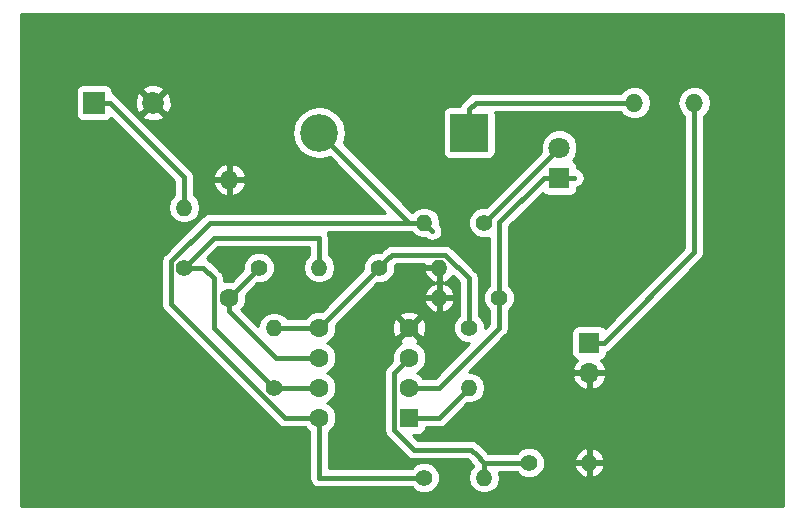
<source format=gbr>
G04 #@! TF.GenerationSoftware,KiCad,Pcbnew,(5.0.0)*
G04 #@! TF.CreationDate,2019-02-05T10:05:27+00:00*
G04 #@! TF.ProjectId,test,746573742E6B696361645F7063620000,rev?*
G04 #@! TF.SameCoordinates,Original*
G04 #@! TF.FileFunction,Copper,L2,Bot,Plane*
G04 #@! TF.FilePolarity,Positive*
%FSLAX46Y46*%
G04 Gerber Fmt 4.6, Leading zero omitted, Abs format (unit mm)*
G04 Created by KiCad (PCBNEW (5.0.0)) date 02/05/19 10:05:27*
%MOMM*%
%LPD*%
G01*
G04 APERTURE LIST*
G04 #@! TA.AperFunction,ComponentPad*
%ADD10R,1.700000X1.700000*%
G04 #@! TD*
G04 #@! TA.AperFunction,ComponentPad*
%ADD11O,1.700000X1.700000*%
G04 #@! TD*
G04 #@! TA.AperFunction,ComponentPad*
%ADD12R,1.850000X1.850000*%
G04 #@! TD*
G04 #@! TA.AperFunction,ComponentPad*
%ADD13C,1.850000*%
G04 #@! TD*
G04 #@! TA.AperFunction,ComponentPad*
%ADD14C,1.600000*%
G04 #@! TD*
G04 #@! TA.AperFunction,ComponentPad*
%ADD15O,1.600000X1.600000*%
G04 #@! TD*
G04 #@! TA.AperFunction,ComponentPad*
%ADD16R,1.800000X1.800000*%
G04 #@! TD*
G04 #@! TA.AperFunction,ComponentPad*
%ADD17C,1.800000*%
G04 #@! TD*
G04 #@! TA.AperFunction,ComponentPad*
%ADD18C,1.400000*%
G04 #@! TD*
G04 #@! TA.AperFunction,ComponentPad*
%ADD19O,1.400000X1.400000*%
G04 #@! TD*
G04 #@! TA.AperFunction,ComponentPad*
%ADD20O,1.524000X1.524000*%
G04 #@! TD*
G04 #@! TA.AperFunction,ComponentPad*
%ADD21R,1.600000X1.600000*%
G04 #@! TD*
G04 #@! TA.AperFunction,ComponentPad*
%ADD22R,3.200000X3.200000*%
G04 #@! TD*
G04 #@! TA.AperFunction,ComponentPad*
%ADD23O,3.200000X3.200000*%
G04 #@! TD*
G04 #@! TA.AperFunction,Conductor*
%ADD24C,0.400000*%
G04 #@! TD*
G04 #@! TA.AperFunction,Conductor*
%ADD25C,0.254000*%
G04 #@! TD*
G04 APERTURE END LIST*
D10*
G04 #@! TO.P,BT1,1*
G04 #@! TO.N,+9V*
X171450000Y-115570000D03*
D11*
G04 #@! TO.P,BT1,2*
G04 #@! TO.N,GND*
X171450000Y-118110000D03*
G04 #@! TD*
D12*
G04 #@! TO.P,BZ1,1*
G04 #@! TO.N,Net-(BZ1-Pad1)*
X129540000Y-95250000D03*
D13*
G04 #@! TO.P,BZ1,2*
G04 #@! TO.N,GND*
X134540000Y-95250000D03*
G04 #@! TD*
D14*
G04 #@! TO.P,C1,1*
G04 #@! TO.N,Net-(C1-Pad1)*
X140970000Y-111760000D03*
D15*
G04 #@! TO.P,C1,2*
G04 #@! TO.N,GND*
X140970000Y-101760000D03*
G04 #@! TD*
D16*
G04 #@! TO.P,LED1,1*
G04 #@! TO.N,Net-(LED1-Pad1)*
X168910000Y-101600000D03*
D17*
G04 #@! TO.P,LED1,2*
G04 #@! TO.N,Net-(LED1-Pad2)*
X168910000Y-99060000D03*
G04 #@! TD*
D18*
G04 #@! TO.P,R1,1*
G04 #@! TO.N,Net-(LED1-Pad2)*
X162560000Y-105410000D03*
D19*
G04 #@! TO.P,R1,2*
G04 #@! TO.N,Net-(R1-Pad2)*
X157480000Y-105410000D03*
G04 #@! TD*
D18*
G04 #@! TO.P,R2,1*
G04 #@! TO.N,Net-(LED1-Pad1)*
X163830000Y-111760000D03*
D19*
G04 #@! TO.P,R2,2*
G04 #@! TO.N,GND*
X158750000Y-111760000D03*
G04 #@! TD*
D18*
G04 #@! TO.P,R3,1*
G04 #@! TO.N,Net-(R1-Pad2)*
X157480000Y-127000000D03*
D19*
G04 #@! TO.P,R3,2*
G04 #@! TO.N,Net-(R3-Pad2)*
X162560000Y-127000000D03*
G04 #@! TD*
D18*
G04 #@! TO.P,R4,1*
G04 #@! TO.N,Net-(R3-Pad2)*
X166370000Y-125730000D03*
D19*
G04 #@! TO.P,R4,2*
G04 #@! TO.N,GND*
X171450000Y-125730000D03*
G04 #@! TD*
D18*
G04 #@! TO.P,R5,1*
G04 #@! TO.N,Net-(R5-Pad1)*
X161290000Y-114300000D03*
D19*
G04 #@! TO.P,R5,2*
G04 #@! TO.N,Net-(R5-Pad2)*
X161290000Y-119380000D03*
G04 #@! TD*
D18*
G04 #@! TO.P,R6,1*
G04 #@! TO.N,Net-(R5-Pad1)*
X153670000Y-109220000D03*
D19*
G04 #@! TO.P,R6,2*
G04 #@! TO.N,GND*
X158750000Y-109220000D03*
G04 #@! TD*
D18*
G04 #@! TO.P,R7,1*
G04 #@! TO.N,/Link*
X144780000Y-119380000D03*
D19*
G04 #@! TO.P,R7,2*
G04 #@! TO.N,Net-(R5-Pad1)*
X144780000Y-114300000D03*
G04 #@! TD*
D18*
G04 #@! TO.P,R8,1*
G04 #@! TO.N,Net-(C1-Pad1)*
X143510000Y-109220000D03*
D19*
G04 #@! TO.P,R8,2*
G04 #@! TO.N,/Link*
X148590000Y-109220000D03*
G04 #@! TD*
D18*
G04 #@! TO.P,R9,1*
G04 #@! TO.N,/Link*
X137160000Y-109220000D03*
D19*
G04 #@! TO.P,R9,2*
G04 #@! TO.N,Net-(BZ1-Pad1)*
X137160000Y-104140000D03*
G04 #@! TD*
D20*
G04 #@! TO.P,SW1,1*
G04 #@! TO.N,Net-(RD1-Pad1)*
X175260000Y-95250000D03*
G04 #@! TO.P,SW1,2*
G04 #@! TO.N,+9V*
X180340000Y-95250000D03*
G04 #@! TD*
D21*
G04 #@! TO.P,U1,1*
G04 #@! TO.N,Net-(R5-Pad2)*
X156210000Y-121920000D03*
D14*
G04 #@! TO.P,U1,2*
G04 #@! TO.N,Net-(LED1-Pad1)*
X156210000Y-119380000D03*
G04 #@! TO.P,U1,3*
G04 #@! TO.N,Net-(R3-Pad2)*
X156210000Y-116840000D03*
G04 #@! TO.P,U1,4*
G04 #@! TO.N,GND*
X156210000Y-114300000D03*
G04 #@! TO.P,U1,5*
G04 #@! TO.N,Net-(R5-Pad1)*
X148590000Y-114300000D03*
G04 #@! TO.P,U1,6*
G04 #@! TO.N,Net-(C1-Pad1)*
X148590000Y-116840000D03*
G04 #@! TO.P,U1,7*
G04 #@! TO.N,/Link*
X148590000Y-119380000D03*
G04 #@! TO.P,U1,8*
G04 #@! TO.N,Net-(R1-Pad2)*
X148590000Y-121920000D03*
G04 #@! TD*
D22*
G04 #@! TO.P,RD1,1*
G04 #@! TO.N,Net-(RD1-Pad1)*
X161290000Y-97790000D03*
D23*
G04 #@! TO.P,RD1,2*
G04 #@! TO.N,Net-(R1-Pad2)*
X148590000Y-97790000D03*
G04 #@! TD*
D24*
G04 #@! TO.N,Net-(BZ1-Pad1)*
X130865000Y-95250000D02*
X129540000Y-95250000D01*
X137160000Y-101545000D02*
X130865000Y-95250000D01*
X137160000Y-104140000D02*
X137160000Y-101545000D01*
G04 #@! TO.N,Net-(R5-Pad2)*
X158750000Y-121920000D02*
X161290000Y-119380000D01*
X156210000Y-121920000D02*
X158750000Y-121920000D01*
G04 #@! TO.N,Net-(LED1-Pad1)*
X156210000Y-119380000D02*
X158750000Y-119380000D01*
X170210000Y-101600000D02*
X168910000Y-101600000D01*
X163830000Y-114300000D02*
X163830000Y-111760000D01*
X158750000Y-119380000D02*
X163830000Y-114300000D01*
X167610000Y-101600000D02*
X168910000Y-101600000D01*
X163830000Y-105380000D02*
X167610000Y-101600000D01*
X163830000Y-111760000D02*
X163830000Y-105380000D01*
G04 #@! TO.N,Net-(R3-Pad2)*
X161860001Y-125030001D02*
X162560000Y-125730000D01*
X161459999Y-124629999D02*
X161860001Y-125030001D01*
X156599997Y-124629999D02*
X161459999Y-124629999D01*
X154940000Y-122970002D02*
X156599997Y-124629999D01*
X154940000Y-118110000D02*
X154940000Y-122970002D01*
X156210000Y-116840000D02*
X154940000Y-118110000D01*
X162560000Y-125730000D02*
X166370000Y-125730000D01*
X162560000Y-127000000D02*
X162560000Y-125730000D01*
G04 #@! TO.N,Net-(R5-Pad1)*
X153670000Y-109220000D02*
X148590000Y-114300000D01*
X148590000Y-114300000D02*
X144780000Y-114300000D01*
X154369999Y-108520001D02*
X153670000Y-109220000D01*
X154770001Y-108119999D02*
X154369999Y-108520001D01*
X159278001Y-108119999D02*
X154770001Y-108119999D01*
X161290000Y-110131998D02*
X159278001Y-108119999D01*
X161290000Y-114300000D02*
X161290000Y-110131998D01*
G04 #@! TO.N,Net-(C1-Pad1)*
X145691998Y-116840000D02*
X147458630Y-116840000D01*
X140970000Y-111760000D02*
X143510000Y-109220000D01*
X147458630Y-116840000D02*
X148590000Y-116840000D01*
X144918630Y-116840000D02*
X147458630Y-116840000D01*
X140970000Y-112891370D02*
X144918630Y-116840000D01*
X140970000Y-111760000D02*
X140970000Y-112891370D01*
G04 #@! TO.N,+9V*
X172700000Y-115570000D02*
X171450000Y-115570000D01*
X180340000Y-107930000D02*
X172700000Y-115570000D01*
X180340000Y-95250000D02*
X180340000Y-107930000D01*
G04 #@! TO.N,Net-(LED1-Pad2)*
X168910000Y-99060000D02*
X162560000Y-105410000D01*
G04 #@! TO.N,Net-(R1-Pad2)*
X156210000Y-105410000D02*
X157480000Y-105410000D01*
X148590000Y-97790000D02*
X156210000Y-105410000D01*
X158179999Y-106109999D02*
X157480000Y-105410000D01*
X156490051Y-105410000D02*
X157480000Y-105410000D01*
X139341998Y-105410000D02*
X156490051Y-105410000D01*
X136059999Y-108691999D02*
X139341998Y-105410000D01*
X136059999Y-112288001D02*
X136059999Y-108691999D01*
X145691998Y-121920000D02*
X136059999Y-112288001D01*
X148590000Y-121920000D02*
X145691998Y-121920000D01*
X148590000Y-121920000D02*
X148590000Y-127000000D01*
X148590000Y-127000000D02*
X157480000Y-127000000D01*
G04 #@! TO.N,Net-(RD1-Pad1)*
X161290000Y-95790000D02*
X161290000Y-97790000D01*
X161830000Y-95250000D02*
X161290000Y-95790000D01*
X175260000Y-95250000D02*
X161830000Y-95250000D01*
G04 #@! TO.N,/Link*
X144780000Y-119380000D02*
X148590000Y-119380000D01*
X139700000Y-114300000D02*
X139700000Y-110131998D01*
X144780000Y-119380000D02*
X139700000Y-114300000D01*
X138788002Y-109220000D02*
X139700000Y-110131998D01*
X137160000Y-109220000D02*
X138788002Y-109220000D01*
X137160000Y-109220000D02*
X139700000Y-106680000D01*
X139700000Y-106680000D02*
X148590000Y-106680000D01*
X148590000Y-106680000D02*
X148590000Y-109220000D01*
G04 #@! TD*
D25*
G04 #@! TO.N,GND*
G36*
X187833000Y-129413000D02*
X123317000Y-129413000D01*
X123317000Y-108691999D01*
X135208642Y-108691999D01*
X135225000Y-108774237D01*
X135224999Y-112205768D01*
X135208642Y-112288001D01*
X135224999Y-112370234D01*
X135224999Y-112370237D01*
X135273447Y-112613801D01*
X135457998Y-112890002D01*
X135527719Y-112936588D01*
X145043413Y-122452283D01*
X145089997Y-122522001D01*
X145366197Y-122706552D01*
X145609761Y-122755000D01*
X145691998Y-122771358D01*
X145774235Y-122755000D01*
X147395604Y-122755000D01*
X147755000Y-123114396D01*
X147755001Y-126917758D01*
X147738642Y-127000000D01*
X147803448Y-127325801D01*
X147987999Y-127602001D01*
X148264199Y-127786552D01*
X148507763Y-127835000D01*
X148590000Y-127851358D01*
X148672237Y-127835000D01*
X156427025Y-127835000D01*
X156723783Y-128131758D01*
X157214452Y-128335000D01*
X157745548Y-128335000D01*
X158236217Y-128131758D01*
X158611758Y-127756217D01*
X158815000Y-127265548D01*
X158815000Y-126734452D01*
X158611758Y-126243783D01*
X158236217Y-125868242D01*
X157745548Y-125665000D01*
X157214452Y-125665000D01*
X156723783Y-125868242D01*
X156427025Y-126165000D01*
X149425000Y-126165000D01*
X149425000Y-123114396D01*
X149806534Y-122732862D01*
X150025000Y-122205439D01*
X150025000Y-121634561D01*
X149806534Y-121107138D01*
X149402862Y-120703466D01*
X149273784Y-120650000D01*
X149402862Y-120596534D01*
X149806534Y-120192862D01*
X150025000Y-119665439D01*
X150025000Y-119094561D01*
X149806534Y-118567138D01*
X149402862Y-118163466D01*
X149273784Y-118110000D01*
X149402862Y-118056534D01*
X149806534Y-117652862D01*
X150025000Y-117125439D01*
X150025000Y-116554561D01*
X149806534Y-116027138D01*
X149402862Y-115623466D01*
X149273784Y-115570000D01*
X149402862Y-115516534D01*
X149806534Y-115112862D01*
X150025000Y-114585439D01*
X150025000Y-114083223D01*
X154763035Y-114083223D01*
X154790222Y-114653454D01*
X154956136Y-115054005D01*
X155202255Y-115128139D01*
X156030395Y-114300000D01*
X156389605Y-114300000D01*
X157217745Y-115128139D01*
X157463864Y-115054005D01*
X157656965Y-114516777D01*
X157629778Y-113946546D01*
X157463864Y-113545995D01*
X157217745Y-113471861D01*
X156389605Y-114300000D01*
X156030395Y-114300000D01*
X155202255Y-113471861D01*
X154956136Y-113545995D01*
X154763035Y-114083223D01*
X150025000Y-114083223D01*
X150025000Y-114045867D01*
X150778612Y-113292255D01*
X155381861Y-113292255D01*
X156210000Y-114120395D01*
X157038139Y-113292255D01*
X156964005Y-113046136D01*
X156426777Y-112853035D01*
X155856546Y-112880222D01*
X155455995Y-113046136D01*
X155381861Y-113292255D01*
X150778612Y-113292255D01*
X151977538Y-112093329D01*
X157457284Y-112093329D01*
X157600203Y-112438396D01*
X157947337Y-112826764D01*
X158416669Y-113052727D01*
X158623000Y-112930206D01*
X158623000Y-111887000D01*
X158877000Y-111887000D01*
X158877000Y-112930206D01*
X159083331Y-113052727D01*
X159552663Y-112826764D01*
X159899797Y-112438396D01*
X160042716Y-112093329D01*
X159919374Y-111887000D01*
X158877000Y-111887000D01*
X158623000Y-111887000D01*
X157580626Y-111887000D01*
X157457284Y-112093329D01*
X151977538Y-112093329D01*
X153515868Y-110555000D01*
X153935548Y-110555000D01*
X154426217Y-110351758D01*
X154801758Y-109976217D01*
X154976924Y-109553329D01*
X157457284Y-109553329D01*
X157600203Y-109898396D01*
X157947337Y-110286764D01*
X158369464Y-110490000D01*
X157947337Y-110693236D01*
X157600203Y-111081604D01*
X157457284Y-111426671D01*
X157580626Y-111633000D01*
X158623000Y-111633000D01*
X158623000Y-110589794D01*
X158454942Y-110490000D01*
X158623000Y-110390206D01*
X158623000Y-109347000D01*
X157580626Y-109347000D01*
X157457284Y-109553329D01*
X154976924Y-109553329D01*
X155005000Y-109485548D01*
X155005000Y-109065868D01*
X155018585Y-109052283D01*
X155115868Y-108954999D01*
X157498130Y-108954999D01*
X157580626Y-109093000D01*
X158623000Y-109093000D01*
X158623000Y-109073000D01*
X158877000Y-109073000D01*
X158877000Y-109093000D01*
X158897000Y-109093000D01*
X158897000Y-109347000D01*
X158877000Y-109347000D01*
X158877000Y-110390206D01*
X159045058Y-110490000D01*
X158877000Y-110589794D01*
X158877000Y-111633000D01*
X159919374Y-111633000D01*
X160042716Y-111426671D01*
X159899797Y-111081604D01*
X159552663Y-110693236D01*
X159130536Y-110490000D01*
X159552663Y-110286764D01*
X159888344Y-109911210D01*
X160455001Y-110477868D01*
X160455000Y-113247025D01*
X160158242Y-113543783D01*
X159955000Y-114034452D01*
X159955000Y-114565548D01*
X160158242Y-115056217D01*
X160533783Y-115431758D01*
X161024452Y-115635000D01*
X161314132Y-115635000D01*
X158404133Y-118545000D01*
X157404396Y-118545000D01*
X157022862Y-118163466D01*
X156893784Y-118110000D01*
X157022862Y-118056534D01*
X157426534Y-117652862D01*
X157645000Y-117125439D01*
X157645000Y-116554561D01*
X157426534Y-116027138D01*
X157022862Y-115623466D01*
X156909417Y-115576475D01*
X156964005Y-115553864D01*
X157038139Y-115307745D01*
X156210000Y-114479605D01*
X155381861Y-115307745D01*
X155455995Y-115553864D01*
X155514448Y-115574874D01*
X155397138Y-115623466D01*
X154993466Y-116027138D01*
X154775000Y-116554561D01*
X154775000Y-117094133D01*
X154407720Y-117461413D01*
X154337999Y-117507999D01*
X154153448Y-117784200D01*
X154105000Y-118027764D01*
X154105000Y-118027767D01*
X154088643Y-118110000D01*
X154105000Y-118192233D01*
X154105001Y-122887764D01*
X154088643Y-122970002D01*
X154153448Y-123295802D01*
X154153449Y-123295803D01*
X154338000Y-123572003D01*
X154407718Y-123618587D01*
X155951413Y-125162284D01*
X155997996Y-125232000D01*
X156274196Y-125416551D01*
X156517760Y-125464999D01*
X156517763Y-125464999D01*
X156599996Y-125481356D01*
X156682229Y-125464999D01*
X161114131Y-125464999D01*
X161327717Y-125678585D01*
X161327720Y-125678587D01*
X161650950Y-126001818D01*
X161597519Y-126037519D01*
X161302458Y-126479109D01*
X161198846Y-127000000D01*
X161302458Y-127520891D01*
X161597519Y-127962481D01*
X162039109Y-128257542D01*
X162428515Y-128335000D01*
X162691485Y-128335000D01*
X163080891Y-128257542D01*
X163522481Y-127962481D01*
X163817542Y-127520891D01*
X163921154Y-127000000D01*
X163834627Y-126565000D01*
X165317025Y-126565000D01*
X165613783Y-126861758D01*
X166104452Y-127065000D01*
X166635548Y-127065000D01*
X167126217Y-126861758D01*
X167501758Y-126486217D01*
X167676924Y-126063329D01*
X170157284Y-126063329D01*
X170300203Y-126408396D01*
X170647337Y-126796764D01*
X171116669Y-127022727D01*
X171323000Y-126900206D01*
X171323000Y-125857000D01*
X171577000Y-125857000D01*
X171577000Y-126900206D01*
X171783331Y-127022727D01*
X172252663Y-126796764D01*
X172599797Y-126408396D01*
X172742716Y-126063329D01*
X172619374Y-125857000D01*
X171577000Y-125857000D01*
X171323000Y-125857000D01*
X170280626Y-125857000D01*
X170157284Y-126063329D01*
X167676924Y-126063329D01*
X167705000Y-125995548D01*
X167705000Y-125464452D01*
X167676925Y-125396671D01*
X170157284Y-125396671D01*
X170280626Y-125603000D01*
X171323000Y-125603000D01*
X171323000Y-124559794D01*
X171577000Y-124559794D01*
X171577000Y-125603000D01*
X172619374Y-125603000D01*
X172742716Y-125396671D01*
X172599797Y-125051604D01*
X172252663Y-124663236D01*
X171783331Y-124437273D01*
X171577000Y-124559794D01*
X171323000Y-124559794D01*
X171116669Y-124437273D01*
X170647337Y-124663236D01*
X170300203Y-125051604D01*
X170157284Y-125396671D01*
X167676925Y-125396671D01*
X167501758Y-124973783D01*
X167126217Y-124598242D01*
X166635548Y-124395000D01*
X166104452Y-124395000D01*
X165613783Y-124598242D01*
X165317025Y-124895000D01*
X162905868Y-124895000D01*
X162508587Y-124497720D01*
X162508585Y-124497717D01*
X162108586Y-124097719D01*
X162062000Y-124027998D01*
X161785800Y-123843447D01*
X161542236Y-123794999D01*
X161542232Y-123794999D01*
X161459999Y-123778642D01*
X161377766Y-123794999D01*
X156945866Y-123794999D01*
X156518306Y-123367440D01*
X157010000Y-123367440D01*
X157257765Y-123318157D01*
X157467809Y-123177809D01*
X157608157Y-122967765D01*
X157650478Y-122755000D01*
X158667767Y-122755000D01*
X158750000Y-122771357D01*
X158832233Y-122755000D01*
X158832237Y-122755000D01*
X159075801Y-122706552D01*
X159352001Y-122522001D01*
X159398587Y-122452280D01*
X161139626Y-120711243D01*
X161158515Y-120715000D01*
X161421485Y-120715000D01*
X161810891Y-120637542D01*
X162252481Y-120342481D01*
X162547542Y-119900891D01*
X162651154Y-119380000D01*
X162547542Y-118859109D01*
X162285470Y-118466890D01*
X170008524Y-118466890D01*
X170178355Y-118876924D01*
X170568642Y-119305183D01*
X171093108Y-119551486D01*
X171323000Y-119430819D01*
X171323000Y-118237000D01*
X171577000Y-118237000D01*
X171577000Y-119430819D01*
X171806892Y-119551486D01*
X172331358Y-119305183D01*
X172721645Y-118876924D01*
X172891476Y-118466890D01*
X172770155Y-118237000D01*
X171577000Y-118237000D01*
X171323000Y-118237000D01*
X170129845Y-118237000D01*
X170008524Y-118466890D01*
X162285470Y-118466890D01*
X162252481Y-118417519D01*
X161810891Y-118122458D01*
X161421485Y-118045000D01*
X161265867Y-118045000D01*
X164362284Y-114948584D01*
X164432001Y-114902001D01*
X164553610Y-114720000D01*
X169952560Y-114720000D01*
X169952560Y-116420000D01*
X170001843Y-116667765D01*
X170142191Y-116877809D01*
X170352235Y-117018157D01*
X170455708Y-117038739D01*
X170178355Y-117343076D01*
X170008524Y-117753110D01*
X170129845Y-117983000D01*
X171323000Y-117983000D01*
X171323000Y-117963000D01*
X171577000Y-117963000D01*
X171577000Y-117983000D01*
X172770155Y-117983000D01*
X172891476Y-117753110D01*
X172721645Y-117343076D01*
X172444292Y-117038739D01*
X172547765Y-117018157D01*
X172757809Y-116877809D01*
X172898157Y-116667765D01*
X172947440Y-116420000D01*
X172947440Y-116372139D01*
X173025801Y-116356552D01*
X173302001Y-116172001D01*
X173348587Y-116102280D01*
X180872283Y-108578585D01*
X180942001Y-108532001D01*
X181126552Y-108255801D01*
X181175000Y-108012237D01*
X181191358Y-107930000D01*
X181175000Y-107847763D01*
X181175000Y-96372227D01*
X181347180Y-96257180D01*
X181655944Y-95795082D01*
X181764368Y-95250000D01*
X181655944Y-94704918D01*
X181347180Y-94242820D01*
X180885082Y-93934056D01*
X180477588Y-93853000D01*
X180202412Y-93853000D01*
X179794918Y-93934056D01*
X179332820Y-94242820D01*
X179024056Y-94704918D01*
X178915632Y-95250000D01*
X179024056Y-95795082D01*
X179332820Y-96257180D01*
X179505000Y-96372227D01*
X179505001Y-107584131D01*
X172785500Y-114303633D01*
X172757809Y-114262191D01*
X172547765Y-114121843D01*
X172300000Y-114072560D01*
X170600000Y-114072560D01*
X170352235Y-114121843D01*
X170142191Y-114262191D01*
X170001843Y-114472235D01*
X169952560Y-114720000D01*
X164553610Y-114720000D01*
X164616552Y-114625801D01*
X164665000Y-114382237D01*
X164665000Y-114382236D01*
X164681358Y-114300000D01*
X164665000Y-114217763D01*
X164665000Y-112812975D01*
X164961758Y-112516217D01*
X165165000Y-112025548D01*
X165165000Y-111494452D01*
X164961758Y-111003783D01*
X164665000Y-110707025D01*
X164665000Y-105725867D01*
X167504473Y-102886395D01*
X167552191Y-102957809D01*
X167762235Y-103098157D01*
X168010000Y-103147440D01*
X169810000Y-103147440D01*
X170057765Y-103098157D01*
X170267809Y-102957809D01*
X170408157Y-102747765D01*
X170457440Y-102500000D01*
X170457440Y-102402139D01*
X170535801Y-102386552D01*
X170812001Y-102202001D01*
X170996552Y-101925801D01*
X171061358Y-101600000D01*
X170996552Y-101274199D01*
X170812001Y-100997999D01*
X170535801Y-100813448D01*
X170457440Y-100797861D01*
X170457440Y-100700000D01*
X170408157Y-100452235D01*
X170267809Y-100242191D01*
X170057765Y-100101843D01*
X170042092Y-100098725D01*
X170211310Y-99929507D01*
X170445000Y-99365330D01*
X170445000Y-98754670D01*
X170211310Y-98190493D01*
X169779507Y-97758690D01*
X169215330Y-97525000D01*
X168604670Y-97525000D01*
X168040493Y-97758690D01*
X167608690Y-98190493D01*
X167375000Y-98754670D01*
X167375000Y-99365330D01*
X167389294Y-99399838D01*
X162714133Y-104075000D01*
X162294452Y-104075000D01*
X161803783Y-104278242D01*
X161428242Y-104653783D01*
X161225000Y-105144452D01*
X161225000Y-105675548D01*
X161428242Y-106166217D01*
X161803783Y-106541758D01*
X162294452Y-106745000D01*
X162825548Y-106745000D01*
X162995001Y-106674810D01*
X162995000Y-110707025D01*
X162698242Y-111003783D01*
X162495000Y-111494452D01*
X162495000Y-112025548D01*
X162698242Y-112516217D01*
X162995001Y-112812976D01*
X162995000Y-113954132D01*
X162625000Y-114324132D01*
X162625000Y-114034452D01*
X162421758Y-113543783D01*
X162125000Y-113247025D01*
X162125000Y-110214230D01*
X162141357Y-110131997D01*
X162125000Y-110049764D01*
X162125000Y-110049761D01*
X162076552Y-109806197D01*
X162040529Y-109752285D01*
X161938584Y-109599713D01*
X161938583Y-109599712D01*
X161892001Y-109529997D01*
X161822285Y-109483415D01*
X159926588Y-107587719D01*
X159880002Y-107517998D01*
X159603802Y-107333447D01*
X159360238Y-107284999D01*
X159360234Y-107284999D01*
X159278001Y-107268642D01*
X159195768Y-107284999D01*
X154852233Y-107284999D01*
X154770000Y-107268642D01*
X154687767Y-107284999D01*
X154687764Y-107284999D01*
X154444200Y-107333447D01*
X154168000Y-107517998D01*
X154121415Y-107587717D01*
X153824132Y-107885000D01*
X153404452Y-107885000D01*
X152913783Y-108088242D01*
X152538242Y-108463783D01*
X152335000Y-108954452D01*
X152335000Y-109374132D01*
X148844133Y-112865000D01*
X148304561Y-112865000D01*
X147777138Y-113083466D01*
X147395604Y-113465000D01*
X145827661Y-113465000D01*
X145742481Y-113337519D01*
X145300891Y-113042458D01*
X144911485Y-112965000D01*
X144648515Y-112965000D01*
X144259109Y-113042458D01*
X143817519Y-113337519D01*
X143522458Y-113779109D01*
X143442182Y-114182684D01*
X142009447Y-112749949D01*
X142186534Y-112572862D01*
X142405000Y-112045439D01*
X142405000Y-111505868D01*
X143355868Y-110555000D01*
X143775548Y-110555000D01*
X144266217Y-110351758D01*
X144641758Y-109976217D01*
X144845000Y-109485548D01*
X144845000Y-108954452D01*
X144641758Y-108463783D01*
X144266217Y-108088242D01*
X143775548Y-107885000D01*
X143244452Y-107885000D01*
X142753783Y-108088242D01*
X142378242Y-108463783D01*
X142175000Y-108954452D01*
X142175000Y-109374132D01*
X141224132Y-110325000D01*
X140684561Y-110325000D01*
X140535000Y-110386950D01*
X140535000Y-110214235D01*
X140551358Y-110131998D01*
X140486552Y-109806197D01*
X140348584Y-109599714D01*
X140302001Y-109529997D01*
X140232282Y-109483412D01*
X139436589Y-108687720D01*
X139390003Y-108617999D01*
X139121966Y-108438902D01*
X140045869Y-107515000D01*
X147755000Y-107515000D01*
X147755001Y-108172339D01*
X147627519Y-108257519D01*
X147332458Y-108699109D01*
X147228846Y-109220000D01*
X147332458Y-109740891D01*
X147627519Y-110182481D01*
X148069109Y-110477542D01*
X148458515Y-110555000D01*
X148721485Y-110555000D01*
X149110891Y-110477542D01*
X149552481Y-110182481D01*
X149847542Y-109740891D01*
X149951154Y-109220000D01*
X149847542Y-108699109D01*
X149552481Y-108257519D01*
X149425000Y-108172339D01*
X149425000Y-106762237D01*
X149441358Y-106680000D01*
X149376552Y-106354199D01*
X149303588Y-106245000D01*
X156127766Y-106245000D01*
X156209999Y-106261357D01*
X156292232Y-106245000D01*
X156432339Y-106245000D01*
X156517519Y-106372481D01*
X156959109Y-106667542D01*
X157348515Y-106745000D01*
X157611485Y-106745000D01*
X157630375Y-106741243D01*
X157647715Y-106758583D01*
X157854198Y-106896551D01*
X158179998Y-106961356D01*
X158505799Y-106896551D01*
X158781999Y-106711999D01*
X158966551Y-106435799D01*
X159031356Y-106109998D01*
X158966551Y-105784198D01*
X158828583Y-105577715D01*
X158811243Y-105560375D01*
X158841154Y-105410000D01*
X158737542Y-104889109D01*
X158442481Y-104447519D01*
X158000891Y-104152458D01*
X157611485Y-104075000D01*
X157348515Y-104075000D01*
X156959109Y-104152458D01*
X156517519Y-104447519D01*
X156481818Y-104500949D01*
X150674334Y-98693467D01*
X150695324Y-98662054D01*
X150868786Y-97790000D01*
X150695324Y-96917946D01*
X150208926Y-96190000D01*
X159042560Y-96190000D01*
X159042560Y-99390000D01*
X159091843Y-99637765D01*
X159232191Y-99847809D01*
X159442235Y-99988157D01*
X159690000Y-100037440D01*
X162890000Y-100037440D01*
X163137765Y-99988157D01*
X163347809Y-99847809D01*
X163488157Y-99637765D01*
X163537440Y-99390000D01*
X163537440Y-96190000D01*
X163516554Y-96085000D01*
X174137773Y-96085000D01*
X174252820Y-96257180D01*
X174714918Y-96565944D01*
X175122412Y-96647000D01*
X175397588Y-96647000D01*
X175805082Y-96565944D01*
X176267180Y-96257180D01*
X176575944Y-95795082D01*
X176684368Y-95250000D01*
X176575944Y-94704918D01*
X176267180Y-94242820D01*
X175805082Y-93934056D01*
X175397588Y-93853000D01*
X175122412Y-93853000D01*
X174714918Y-93934056D01*
X174252820Y-94242820D01*
X174137773Y-94415000D01*
X161912232Y-94415000D01*
X161829999Y-94398643D01*
X161747766Y-94415000D01*
X161747763Y-94415000D01*
X161504199Y-94463448D01*
X161227999Y-94647999D01*
X161181416Y-94717715D01*
X160757719Y-95141413D01*
X160687999Y-95187999D01*
X160503448Y-95464200D01*
X160487861Y-95542560D01*
X159690000Y-95542560D01*
X159442235Y-95591843D01*
X159232191Y-95732191D01*
X159091843Y-95942235D01*
X159042560Y-96190000D01*
X150208926Y-96190000D01*
X150201345Y-96178655D01*
X149462054Y-95684676D01*
X148810128Y-95555000D01*
X148369872Y-95555000D01*
X147717946Y-95684676D01*
X146978655Y-96178655D01*
X146484676Y-96917946D01*
X146311214Y-97790000D01*
X146484676Y-98662054D01*
X146978655Y-99401345D01*
X147717946Y-99895324D01*
X148369872Y-100025000D01*
X148810128Y-100025000D01*
X149462054Y-99895324D01*
X149493467Y-99874334D01*
X154194131Y-104575000D01*
X139424229Y-104575000D01*
X139341997Y-104558643D01*
X139259765Y-104575000D01*
X139259761Y-104575000D01*
X139016197Y-104623448D01*
X138739997Y-104807999D01*
X138693415Y-104877714D01*
X135527717Y-108043414D01*
X135457999Y-108089998D01*
X135411415Y-108159716D01*
X135273447Y-108366199D01*
X135208642Y-108691999D01*
X123317000Y-108691999D01*
X123317000Y-94325000D01*
X127967560Y-94325000D01*
X127967560Y-96175000D01*
X128016843Y-96422765D01*
X128157191Y-96632809D01*
X128367235Y-96773157D01*
X128615000Y-96822440D01*
X130465000Y-96822440D01*
X130712765Y-96773157D01*
X130922809Y-96632809D01*
X130980541Y-96546408D01*
X136325001Y-101890870D01*
X136325000Y-103092339D01*
X136197519Y-103177519D01*
X135902458Y-103619109D01*
X135798846Y-104140000D01*
X135902458Y-104660891D01*
X136197519Y-105102481D01*
X136639109Y-105397542D01*
X137028515Y-105475000D01*
X137291485Y-105475000D01*
X137680891Y-105397542D01*
X138122481Y-105102481D01*
X138417542Y-104660891D01*
X138521154Y-104140000D01*
X138417542Y-103619109D01*
X138122481Y-103177519D01*
X137995000Y-103092339D01*
X137995000Y-102109041D01*
X139578086Y-102109041D01*
X139817611Y-102615134D01*
X140232577Y-102991041D01*
X140620961Y-103151904D01*
X140843000Y-103029915D01*
X140843000Y-101887000D01*
X141097000Y-101887000D01*
X141097000Y-103029915D01*
X141319039Y-103151904D01*
X141707423Y-102991041D01*
X142122389Y-102615134D01*
X142361914Y-102109041D01*
X142240629Y-101887000D01*
X141097000Y-101887000D01*
X140843000Y-101887000D01*
X139699371Y-101887000D01*
X139578086Y-102109041D01*
X137995000Y-102109041D01*
X137995000Y-101627232D01*
X138011357Y-101544999D01*
X137995000Y-101462766D01*
X137995000Y-101462763D01*
X137984696Y-101410959D01*
X139578086Y-101410959D01*
X139699371Y-101633000D01*
X140843000Y-101633000D01*
X140843000Y-100490085D01*
X141097000Y-100490085D01*
X141097000Y-101633000D01*
X142240629Y-101633000D01*
X142361914Y-101410959D01*
X142122389Y-100904866D01*
X141707423Y-100528959D01*
X141319039Y-100368096D01*
X141097000Y-100490085D01*
X140843000Y-100490085D01*
X140620961Y-100368096D01*
X140232577Y-100528959D01*
X139817611Y-100904866D01*
X139578086Y-101410959D01*
X137984696Y-101410959D01*
X137946552Y-101219199D01*
X137762001Y-100942999D01*
X137692286Y-100896417D01*
X133144125Y-96348256D01*
X133621349Y-96348256D01*
X133710821Y-96607332D01*
X134293368Y-96821325D01*
X134913461Y-96796097D01*
X135369179Y-96607332D01*
X135458651Y-96348256D01*
X134540000Y-95429605D01*
X133621349Y-96348256D01*
X133144125Y-96348256D01*
X131799236Y-95003368D01*
X132968675Y-95003368D01*
X132993903Y-95623461D01*
X133182668Y-96079179D01*
X133441744Y-96168651D01*
X134360395Y-95250000D01*
X134719605Y-95250000D01*
X135638256Y-96168651D01*
X135897332Y-96079179D01*
X136111325Y-95496632D01*
X136086097Y-94876539D01*
X135897332Y-94420821D01*
X135638256Y-94331349D01*
X134719605Y-95250000D01*
X134360395Y-95250000D01*
X133441744Y-94331349D01*
X133182668Y-94420821D01*
X132968675Y-95003368D01*
X131799236Y-95003368D01*
X131513587Y-94717720D01*
X131467001Y-94647999D01*
X131190801Y-94463448D01*
X131112440Y-94447861D01*
X131112440Y-94325000D01*
X131077978Y-94151744D01*
X133621349Y-94151744D01*
X134540000Y-95070395D01*
X135458651Y-94151744D01*
X135369179Y-93892668D01*
X134786632Y-93678675D01*
X134166539Y-93703903D01*
X133710821Y-93892668D01*
X133621349Y-94151744D01*
X131077978Y-94151744D01*
X131063157Y-94077235D01*
X130922809Y-93867191D01*
X130712765Y-93726843D01*
X130465000Y-93677560D01*
X128615000Y-93677560D01*
X128367235Y-93726843D01*
X128157191Y-93867191D01*
X128016843Y-94077235D01*
X127967560Y-94325000D01*
X123317000Y-94325000D01*
X123317000Y-87757000D01*
X187833000Y-87757000D01*
X187833000Y-129413000D01*
X187833000Y-129413000D01*
G37*
X187833000Y-129413000D02*
X123317000Y-129413000D01*
X123317000Y-108691999D01*
X135208642Y-108691999D01*
X135225000Y-108774237D01*
X135224999Y-112205768D01*
X135208642Y-112288001D01*
X135224999Y-112370234D01*
X135224999Y-112370237D01*
X135273447Y-112613801D01*
X135457998Y-112890002D01*
X135527719Y-112936588D01*
X145043413Y-122452283D01*
X145089997Y-122522001D01*
X145366197Y-122706552D01*
X145609761Y-122755000D01*
X145691998Y-122771358D01*
X145774235Y-122755000D01*
X147395604Y-122755000D01*
X147755000Y-123114396D01*
X147755001Y-126917758D01*
X147738642Y-127000000D01*
X147803448Y-127325801D01*
X147987999Y-127602001D01*
X148264199Y-127786552D01*
X148507763Y-127835000D01*
X148590000Y-127851358D01*
X148672237Y-127835000D01*
X156427025Y-127835000D01*
X156723783Y-128131758D01*
X157214452Y-128335000D01*
X157745548Y-128335000D01*
X158236217Y-128131758D01*
X158611758Y-127756217D01*
X158815000Y-127265548D01*
X158815000Y-126734452D01*
X158611758Y-126243783D01*
X158236217Y-125868242D01*
X157745548Y-125665000D01*
X157214452Y-125665000D01*
X156723783Y-125868242D01*
X156427025Y-126165000D01*
X149425000Y-126165000D01*
X149425000Y-123114396D01*
X149806534Y-122732862D01*
X150025000Y-122205439D01*
X150025000Y-121634561D01*
X149806534Y-121107138D01*
X149402862Y-120703466D01*
X149273784Y-120650000D01*
X149402862Y-120596534D01*
X149806534Y-120192862D01*
X150025000Y-119665439D01*
X150025000Y-119094561D01*
X149806534Y-118567138D01*
X149402862Y-118163466D01*
X149273784Y-118110000D01*
X149402862Y-118056534D01*
X149806534Y-117652862D01*
X150025000Y-117125439D01*
X150025000Y-116554561D01*
X149806534Y-116027138D01*
X149402862Y-115623466D01*
X149273784Y-115570000D01*
X149402862Y-115516534D01*
X149806534Y-115112862D01*
X150025000Y-114585439D01*
X150025000Y-114083223D01*
X154763035Y-114083223D01*
X154790222Y-114653454D01*
X154956136Y-115054005D01*
X155202255Y-115128139D01*
X156030395Y-114300000D01*
X156389605Y-114300000D01*
X157217745Y-115128139D01*
X157463864Y-115054005D01*
X157656965Y-114516777D01*
X157629778Y-113946546D01*
X157463864Y-113545995D01*
X157217745Y-113471861D01*
X156389605Y-114300000D01*
X156030395Y-114300000D01*
X155202255Y-113471861D01*
X154956136Y-113545995D01*
X154763035Y-114083223D01*
X150025000Y-114083223D01*
X150025000Y-114045867D01*
X150778612Y-113292255D01*
X155381861Y-113292255D01*
X156210000Y-114120395D01*
X157038139Y-113292255D01*
X156964005Y-113046136D01*
X156426777Y-112853035D01*
X155856546Y-112880222D01*
X155455995Y-113046136D01*
X155381861Y-113292255D01*
X150778612Y-113292255D01*
X151977538Y-112093329D01*
X157457284Y-112093329D01*
X157600203Y-112438396D01*
X157947337Y-112826764D01*
X158416669Y-113052727D01*
X158623000Y-112930206D01*
X158623000Y-111887000D01*
X158877000Y-111887000D01*
X158877000Y-112930206D01*
X159083331Y-113052727D01*
X159552663Y-112826764D01*
X159899797Y-112438396D01*
X160042716Y-112093329D01*
X159919374Y-111887000D01*
X158877000Y-111887000D01*
X158623000Y-111887000D01*
X157580626Y-111887000D01*
X157457284Y-112093329D01*
X151977538Y-112093329D01*
X153515868Y-110555000D01*
X153935548Y-110555000D01*
X154426217Y-110351758D01*
X154801758Y-109976217D01*
X154976924Y-109553329D01*
X157457284Y-109553329D01*
X157600203Y-109898396D01*
X157947337Y-110286764D01*
X158369464Y-110490000D01*
X157947337Y-110693236D01*
X157600203Y-111081604D01*
X157457284Y-111426671D01*
X157580626Y-111633000D01*
X158623000Y-111633000D01*
X158623000Y-110589794D01*
X158454942Y-110490000D01*
X158623000Y-110390206D01*
X158623000Y-109347000D01*
X157580626Y-109347000D01*
X157457284Y-109553329D01*
X154976924Y-109553329D01*
X155005000Y-109485548D01*
X155005000Y-109065868D01*
X155018585Y-109052283D01*
X155115868Y-108954999D01*
X157498130Y-108954999D01*
X157580626Y-109093000D01*
X158623000Y-109093000D01*
X158623000Y-109073000D01*
X158877000Y-109073000D01*
X158877000Y-109093000D01*
X158897000Y-109093000D01*
X158897000Y-109347000D01*
X158877000Y-109347000D01*
X158877000Y-110390206D01*
X159045058Y-110490000D01*
X158877000Y-110589794D01*
X158877000Y-111633000D01*
X159919374Y-111633000D01*
X160042716Y-111426671D01*
X159899797Y-111081604D01*
X159552663Y-110693236D01*
X159130536Y-110490000D01*
X159552663Y-110286764D01*
X159888344Y-109911210D01*
X160455001Y-110477868D01*
X160455000Y-113247025D01*
X160158242Y-113543783D01*
X159955000Y-114034452D01*
X159955000Y-114565548D01*
X160158242Y-115056217D01*
X160533783Y-115431758D01*
X161024452Y-115635000D01*
X161314132Y-115635000D01*
X158404133Y-118545000D01*
X157404396Y-118545000D01*
X157022862Y-118163466D01*
X156893784Y-118110000D01*
X157022862Y-118056534D01*
X157426534Y-117652862D01*
X157645000Y-117125439D01*
X157645000Y-116554561D01*
X157426534Y-116027138D01*
X157022862Y-115623466D01*
X156909417Y-115576475D01*
X156964005Y-115553864D01*
X157038139Y-115307745D01*
X156210000Y-114479605D01*
X155381861Y-115307745D01*
X155455995Y-115553864D01*
X155514448Y-115574874D01*
X155397138Y-115623466D01*
X154993466Y-116027138D01*
X154775000Y-116554561D01*
X154775000Y-117094133D01*
X154407720Y-117461413D01*
X154337999Y-117507999D01*
X154153448Y-117784200D01*
X154105000Y-118027764D01*
X154105000Y-118027767D01*
X154088643Y-118110000D01*
X154105000Y-118192233D01*
X154105001Y-122887764D01*
X154088643Y-122970002D01*
X154153448Y-123295802D01*
X154153449Y-123295803D01*
X154338000Y-123572003D01*
X154407718Y-123618587D01*
X155951413Y-125162284D01*
X155997996Y-125232000D01*
X156274196Y-125416551D01*
X156517760Y-125464999D01*
X156517763Y-125464999D01*
X156599996Y-125481356D01*
X156682229Y-125464999D01*
X161114131Y-125464999D01*
X161327717Y-125678585D01*
X161327720Y-125678587D01*
X161650950Y-126001818D01*
X161597519Y-126037519D01*
X161302458Y-126479109D01*
X161198846Y-127000000D01*
X161302458Y-127520891D01*
X161597519Y-127962481D01*
X162039109Y-128257542D01*
X162428515Y-128335000D01*
X162691485Y-128335000D01*
X163080891Y-128257542D01*
X163522481Y-127962481D01*
X163817542Y-127520891D01*
X163921154Y-127000000D01*
X163834627Y-126565000D01*
X165317025Y-126565000D01*
X165613783Y-126861758D01*
X166104452Y-127065000D01*
X166635548Y-127065000D01*
X167126217Y-126861758D01*
X167501758Y-126486217D01*
X167676924Y-126063329D01*
X170157284Y-126063329D01*
X170300203Y-126408396D01*
X170647337Y-126796764D01*
X171116669Y-127022727D01*
X171323000Y-126900206D01*
X171323000Y-125857000D01*
X171577000Y-125857000D01*
X171577000Y-126900206D01*
X171783331Y-127022727D01*
X172252663Y-126796764D01*
X172599797Y-126408396D01*
X172742716Y-126063329D01*
X172619374Y-125857000D01*
X171577000Y-125857000D01*
X171323000Y-125857000D01*
X170280626Y-125857000D01*
X170157284Y-126063329D01*
X167676924Y-126063329D01*
X167705000Y-125995548D01*
X167705000Y-125464452D01*
X167676925Y-125396671D01*
X170157284Y-125396671D01*
X170280626Y-125603000D01*
X171323000Y-125603000D01*
X171323000Y-124559794D01*
X171577000Y-124559794D01*
X171577000Y-125603000D01*
X172619374Y-125603000D01*
X172742716Y-125396671D01*
X172599797Y-125051604D01*
X172252663Y-124663236D01*
X171783331Y-124437273D01*
X171577000Y-124559794D01*
X171323000Y-124559794D01*
X171116669Y-124437273D01*
X170647337Y-124663236D01*
X170300203Y-125051604D01*
X170157284Y-125396671D01*
X167676925Y-125396671D01*
X167501758Y-124973783D01*
X167126217Y-124598242D01*
X166635548Y-124395000D01*
X166104452Y-124395000D01*
X165613783Y-124598242D01*
X165317025Y-124895000D01*
X162905868Y-124895000D01*
X162508587Y-124497720D01*
X162508585Y-124497717D01*
X162108586Y-124097719D01*
X162062000Y-124027998D01*
X161785800Y-123843447D01*
X161542236Y-123794999D01*
X161542232Y-123794999D01*
X161459999Y-123778642D01*
X161377766Y-123794999D01*
X156945866Y-123794999D01*
X156518306Y-123367440D01*
X157010000Y-123367440D01*
X157257765Y-123318157D01*
X157467809Y-123177809D01*
X157608157Y-122967765D01*
X157650478Y-122755000D01*
X158667767Y-122755000D01*
X158750000Y-122771357D01*
X158832233Y-122755000D01*
X158832237Y-122755000D01*
X159075801Y-122706552D01*
X159352001Y-122522001D01*
X159398587Y-122452280D01*
X161139626Y-120711243D01*
X161158515Y-120715000D01*
X161421485Y-120715000D01*
X161810891Y-120637542D01*
X162252481Y-120342481D01*
X162547542Y-119900891D01*
X162651154Y-119380000D01*
X162547542Y-118859109D01*
X162285470Y-118466890D01*
X170008524Y-118466890D01*
X170178355Y-118876924D01*
X170568642Y-119305183D01*
X171093108Y-119551486D01*
X171323000Y-119430819D01*
X171323000Y-118237000D01*
X171577000Y-118237000D01*
X171577000Y-119430819D01*
X171806892Y-119551486D01*
X172331358Y-119305183D01*
X172721645Y-118876924D01*
X172891476Y-118466890D01*
X172770155Y-118237000D01*
X171577000Y-118237000D01*
X171323000Y-118237000D01*
X170129845Y-118237000D01*
X170008524Y-118466890D01*
X162285470Y-118466890D01*
X162252481Y-118417519D01*
X161810891Y-118122458D01*
X161421485Y-118045000D01*
X161265867Y-118045000D01*
X164362284Y-114948584D01*
X164432001Y-114902001D01*
X164553610Y-114720000D01*
X169952560Y-114720000D01*
X169952560Y-116420000D01*
X170001843Y-116667765D01*
X170142191Y-116877809D01*
X170352235Y-117018157D01*
X170455708Y-117038739D01*
X170178355Y-117343076D01*
X170008524Y-117753110D01*
X170129845Y-117983000D01*
X171323000Y-117983000D01*
X171323000Y-117963000D01*
X171577000Y-117963000D01*
X171577000Y-117983000D01*
X172770155Y-117983000D01*
X172891476Y-117753110D01*
X172721645Y-117343076D01*
X172444292Y-117038739D01*
X172547765Y-117018157D01*
X172757809Y-116877809D01*
X172898157Y-116667765D01*
X172947440Y-116420000D01*
X172947440Y-116372139D01*
X173025801Y-116356552D01*
X173302001Y-116172001D01*
X173348587Y-116102280D01*
X180872283Y-108578585D01*
X180942001Y-108532001D01*
X181126552Y-108255801D01*
X181175000Y-108012237D01*
X181191358Y-107930000D01*
X181175000Y-107847763D01*
X181175000Y-96372227D01*
X181347180Y-96257180D01*
X181655944Y-95795082D01*
X181764368Y-95250000D01*
X181655944Y-94704918D01*
X181347180Y-94242820D01*
X180885082Y-93934056D01*
X180477588Y-93853000D01*
X180202412Y-93853000D01*
X179794918Y-93934056D01*
X179332820Y-94242820D01*
X179024056Y-94704918D01*
X178915632Y-95250000D01*
X179024056Y-95795082D01*
X179332820Y-96257180D01*
X179505000Y-96372227D01*
X179505001Y-107584131D01*
X172785500Y-114303633D01*
X172757809Y-114262191D01*
X172547765Y-114121843D01*
X172300000Y-114072560D01*
X170600000Y-114072560D01*
X170352235Y-114121843D01*
X170142191Y-114262191D01*
X170001843Y-114472235D01*
X169952560Y-114720000D01*
X164553610Y-114720000D01*
X164616552Y-114625801D01*
X164665000Y-114382237D01*
X164665000Y-114382236D01*
X164681358Y-114300000D01*
X164665000Y-114217763D01*
X164665000Y-112812975D01*
X164961758Y-112516217D01*
X165165000Y-112025548D01*
X165165000Y-111494452D01*
X164961758Y-111003783D01*
X164665000Y-110707025D01*
X164665000Y-105725867D01*
X167504473Y-102886395D01*
X167552191Y-102957809D01*
X167762235Y-103098157D01*
X168010000Y-103147440D01*
X169810000Y-103147440D01*
X170057765Y-103098157D01*
X170267809Y-102957809D01*
X170408157Y-102747765D01*
X170457440Y-102500000D01*
X170457440Y-102402139D01*
X170535801Y-102386552D01*
X170812001Y-102202001D01*
X170996552Y-101925801D01*
X171061358Y-101600000D01*
X170996552Y-101274199D01*
X170812001Y-100997999D01*
X170535801Y-100813448D01*
X170457440Y-100797861D01*
X170457440Y-100700000D01*
X170408157Y-100452235D01*
X170267809Y-100242191D01*
X170057765Y-100101843D01*
X170042092Y-100098725D01*
X170211310Y-99929507D01*
X170445000Y-99365330D01*
X170445000Y-98754670D01*
X170211310Y-98190493D01*
X169779507Y-97758690D01*
X169215330Y-97525000D01*
X168604670Y-97525000D01*
X168040493Y-97758690D01*
X167608690Y-98190493D01*
X167375000Y-98754670D01*
X167375000Y-99365330D01*
X167389294Y-99399838D01*
X162714133Y-104075000D01*
X162294452Y-104075000D01*
X161803783Y-104278242D01*
X161428242Y-104653783D01*
X161225000Y-105144452D01*
X161225000Y-105675548D01*
X161428242Y-106166217D01*
X161803783Y-106541758D01*
X162294452Y-106745000D01*
X162825548Y-106745000D01*
X162995001Y-106674810D01*
X162995000Y-110707025D01*
X162698242Y-111003783D01*
X162495000Y-111494452D01*
X162495000Y-112025548D01*
X162698242Y-112516217D01*
X162995001Y-112812976D01*
X162995000Y-113954132D01*
X162625000Y-114324132D01*
X162625000Y-114034452D01*
X162421758Y-113543783D01*
X162125000Y-113247025D01*
X162125000Y-110214230D01*
X162141357Y-110131997D01*
X162125000Y-110049764D01*
X162125000Y-110049761D01*
X162076552Y-109806197D01*
X162040529Y-109752285D01*
X161938584Y-109599713D01*
X161938583Y-109599712D01*
X161892001Y-109529997D01*
X161822285Y-109483415D01*
X159926588Y-107587719D01*
X159880002Y-107517998D01*
X159603802Y-107333447D01*
X159360238Y-107284999D01*
X159360234Y-107284999D01*
X159278001Y-107268642D01*
X159195768Y-107284999D01*
X154852233Y-107284999D01*
X154770000Y-107268642D01*
X154687767Y-107284999D01*
X154687764Y-107284999D01*
X154444200Y-107333447D01*
X154168000Y-107517998D01*
X154121415Y-107587717D01*
X153824132Y-107885000D01*
X153404452Y-107885000D01*
X152913783Y-108088242D01*
X152538242Y-108463783D01*
X152335000Y-108954452D01*
X152335000Y-109374132D01*
X148844133Y-112865000D01*
X148304561Y-112865000D01*
X147777138Y-113083466D01*
X147395604Y-113465000D01*
X145827661Y-113465000D01*
X145742481Y-113337519D01*
X145300891Y-113042458D01*
X144911485Y-112965000D01*
X144648515Y-112965000D01*
X144259109Y-113042458D01*
X143817519Y-113337519D01*
X143522458Y-113779109D01*
X143442182Y-114182684D01*
X142009447Y-112749949D01*
X142186534Y-112572862D01*
X142405000Y-112045439D01*
X142405000Y-111505868D01*
X143355868Y-110555000D01*
X143775548Y-110555000D01*
X144266217Y-110351758D01*
X144641758Y-109976217D01*
X144845000Y-109485548D01*
X144845000Y-108954452D01*
X144641758Y-108463783D01*
X144266217Y-108088242D01*
X143775548Y-107885000D01*
X143244452Y-107885000D01*
X142753783Y-108088242D01*
X142378242Y-108463783D01*
X142175000Y-108954452D01*
X142175000Y-109374132D01*
X141224132Y-110325000D01*
X140684561Y-110325000D01*
X140535000Y-110386950D01*
X140535000Y-110214235D01*
X140551358Y-110131998D01*
X140486552Y-109806197D01*
X140348584Y-109599714D01*
X140302001Y-109529997D01*
X140232282Y-109483412D01*
X139436589Y-108687720D01*
X139390003Y-108617999D01*
X139121966Y-108438902D01*
X140045869Y-107515000D01*
X147755000Y-107515000D01*
X147755001Y-108172339D01*
X147627519Y-108257519D01*
X147332458Y-108699109D01*
X147228846Y-109220000D01*
X147332458Y-109740891D01*
X147627519Y-110182481D01*
X148069109Y-110477542D01*
X148458515Y-110555000D01*
X148721485Y-110555000D01*
X149110891Y-110477542D01*
X149552481Y-110182481D01*
X149847542Y-109740891D01*
X149951154Y-109220000D01*
X149847542Y-108699109D01*
X149552481Y-108257519D01*
X149425000Y-108172339D01*
X149425000Y-106762237D01*
X149441358Y-106680000D01*
X149376552Y-106354199D01*
X149303588Y-106245000D01*
X156127766Y-106245000D01*
X156209999Y-106261357D01*
X156292232Y-106245000D01*
X156432339Y-106245000D01*
X156517519Y-106372481D01*
X156959109Y-106667542D01*
X157348515Y-106745000D01*
X157611485Y-106745000D01*
X157630375Y-106741243D01*
X157647715Y-106758583D01*
X157854198Y-106896551D01*
X158179998Y-106961356D01*
X158505799Y-106896551D01*
X158781999Y-106711999D01*
X158966551Y-106435799D01*
X159031356Y-106109998D01*
X158966551Y-105784198D01*
X158828583Y-105577715D01*
X158811243Y-105560375D01*
X158841154Y-105410000D01*
X158737542Y-104889109D01*
X158442481Y-104447519D01*
X158000891Y-104152458D01*
X157611485Y-104075000D01*
X157348515Y-104075000D01*
X156959109Y-104152458D01*
X156517519Y-104447519D01*
X156481818Y-104500949D01*
X150674334Y-98693467D01*
X150695324Y-98662054D01*
X150868786Y-97790000D01*
X150695324Y-96917946D01*
X150208926Y-96190000D01*
X159042560Y-96190000D01*
X159042560Y-99390000D01*
X159091843Y-99637765D01*
X159232191Y-99847809D01*
X159442235Y-99988157D01*
X159690000Y-100037440D01*
X162890000Y-100037440D01*
X163137765Y-99988157D01*
X163347809Y-99847809D01*
X163488157Y-99637765D01*
X163537440Y-99390000D01*
X163537440Y-96190000D01*
X163516554Y-96085000D01*
X174137773Y-96085000D01*
X174252820Y-96257180D01*
X174714918Y-96565944D01*
X175122412Y-96647000D01*
X175397588Y-96647000D01*
X175805082Y-96565944D01*
X176267180Y-96257180D01*
X176575944Y-95795082D01*
X176684368Y-95250000D01*
X176575944Y-94704918D01*
X176267180Y-94242820D01*
X175805082Y-93934056D01*
X175397588Y-93853000D01*
X175122412Y-93853000D01*
X174714918Y-93934056D01*
X174252820Y-94242820D01*
X174137773Y-94415000D01*
X161912232Y-94415000D01*
X161829999Y-94398643D01*
X161747766Y-94415000D01*
X161747763Y-94415000D01*
X161504199Y-94463448D01*
X161227999Y-94647999D01*
X161181416Y-94717715D01*
X160757719Y-95141413D01*
X160687999Y-95187999D01*
X160503448Y-95464200D01*
X160487861Y-95542560D01*
X159690000Y-95542560D01*
X159442235Y-95591843D01*
X159232191Y-95732191D01*
X159091843Y-95942235D01*
X159042560Y-96190000D01*
X150208926Y-96190000D01*
X150201345Y-96178655D01*
X149462054Y-95684676D01*
X148810128Y-95555000D01*
X148369872Y-95555000D01*
X147717946Y-95684676D01*
X146978655Y-96178655D01*
X146484676Y-96917946D01*
X146311214Y-97790000D01*
X146484676Y-98662054D01*
X146978655Y-99401345D01*
X147717946Y-99895324D01*
X148369872Y-100025000D01*
X148810128Y-100025000D01*
X149462054Y-99895324D01*
X149493467Y-99874334D01*
X154194131Y-104575000D01*
X139424229Y-104575000D01*
X139341997Y-104558643D01*
X139259765Y-104575000D01*
X139259761Y-104575000D01*
X139016197Y-104623448D01*
X138739997Y-104807999D01*
X138693415Y-104877714D01*
X135527717Y-108043414D01*
X135457999Y-108089998D01*
X135411415Y-108159716D01*
X135273447Y-108366199D01*
X135208642Y-108691999D01*
X123317000Y-108691999D01*
X123317000Y-94325000D01*
X127967560Y-94325000D01*
X127967560Y-96175000D01*
X128016843Y-96422765D01*
X128157191Y-96632809D01*
X128367235Y-96773157D01*
X128615000Y-96822440D01*
X130465000Y-96822440D01*
X130712765Y-96773157D01*
X130922809Y-96632809D01*
X130980541Y-96546408D01*
X136325001Y-101890870D01*
X136325000Y-103092339D01*
X136197519Y-103177519D01*
X135902458Y-103619109D01*
X135798846Y-104140000D01*
X135902458Y-104660891D01*
X136197519Y-105102481D01*
X136639109Y-105397542D01*
X137028515Y-105475000D01*
X137291485Y-105475000D01*
X137680891Y-105397542D01*
X138122481Y-105102481D01*
X138417542Y-104660891D01*
X138521154Y-104140000D01*
X138417542Y-103619109D01*
X138122481Y-103177519D01*
X137995000Y-103092339D01*
X137995000Y-102109041D01*
X139578086Y-102109041D01*
X139817611Y-102615134D01*
X140232577Y-102991041D01*
X140620961Y-103151904D01*
X140843000Y-103029915D01*
X140843000Y-101887000D01*
X141097000Y-101887000D01*
X141097000Y-103029915D01*
X141319039Y-103151904D01*
X141707423Y-102991041D01*
X142122389Y-102615134D01*
X142361914Y-102109041D01*
X142240629Y-101887000D01*
X141097000Y-101887000D01*
X140843000Y-101887000D01*
X139699371Y-101887000D01*
X139578086Y-102109041D01*
X137995000Y-102109041D01*
X137995000Y-101627232D01*
X138011357Y-101544999D01*
X137995000Y-101462766D01*
X137995000Y-101462763D01*
X137984696Y-101410959D01*
X139578086Y-101410959D01*
X139699371Y-101633000D01*
X140843000Y-101633000D01*
X140843000Y-100490085D01*
X141097000Y-100490085D01*
X141097000Y-101633000D01*
X142240629Y-101633000D01*
X142361914Y-101410959D01*
X142122389Y-100904866D01*
X141707423Y-100528959D01*
X141319039Y-100368096D01*
X141097000Y-100490085D01*
X140843000Y-100490085D01*
X140620961Y-100368096D01*
X140232577Y-100528959D01*
X139817611Y-100904866D01*
X139578086Y-101410959D01*
X137984696Y-101410959D01*
X137946552Y-101219199D01*
X137762001Y-100942999D01*
X137692286Y-100896417D01*
X133144125Y-96348256D01*
X133621349Y-96348256D01*
X133710821Y-96607332D01*
X134293368Y-96821325D01*
X134913461Y-96796097D01*
X135369179Y-96607332D01*
X135458651Y-96348256D01*
X134540000Y-95429605D01*
X133621349Y-96348256D01*
X133144125Y-96348256D01*
X131799236Y-95003368D01*
X132968675Y-95003368D01*
X132993903Y-95623461D01*
X133182668Y-96079179D01*
X133441744Y-96168651D01*
X134360395Y-95250000D01*
X134719605Y-95250000D01*
X135638256Y-96168651D01*
X135897332Y-96079179D01*
X136111325Y-95496632D01*
X136086097Y-94876539D01*
X135897332Y-94420821D01*
X135638256Y-94331349D01*
X134719605Y-95250000D01*
X134360395Y-95250000D01*
X133441744Y-94331349D01*
X133182668Y-94420821D01*
X132968675Y-95003368D01*
X131799236Y-95003368D01*
X131513587Y-94717720D01*
X131467001Y-94647999D01*
X131190801Y-94463448D01*
X131112440Y-94447861D01*
X131112440Y-94325000D01*
X131077978Y-94151744D01*
X133621349Y-94151744D01*
X134540000Y-95070395D01*
X135458651Y-94151744D01*
X135369179Y-93892668D01*
X134786632Y-93678675D01*
X134166539Y-93703903D01*
X133710821Y-93892668D01*
X133621349Y-94151744D01*
X131077978Y-94151744D01*
X131063157Y-94077235D01*
X130922809Y-93867191D01*
X130712765Y-93726843D01*
X130465000Y-93677560D01*
X128615000Y-93677560D01*
X128367235Y-93726843D01*
X128157191Y-93867191D01*
X128016843Y-94077235D01*
X127967560Y-94325000D01*
X123317000Y-94325000D01*
X123317000Y-87757000D01*
X187833000Y-87757000D01*
X187833000Y-129413000D01*
G04 #@! TD*
M02*

</source>
